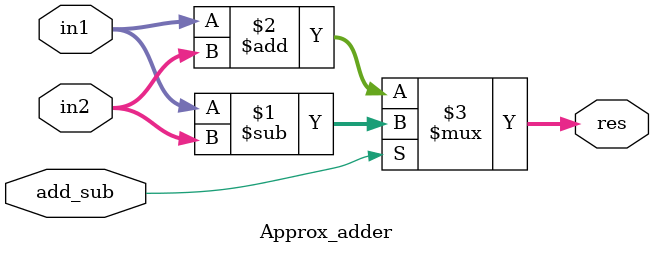
<source format=v>
`timescale 1ns / 1ps


module Approx_adder
    #(parameter W=26, parameter LowL=16) (
        input wire add_sub,
        input wire [W-1:0] in1,
        input wire [W-1:0] in2,
       output wire [W:0] res
    );

  wire  [W-1:0] in2_signed;
  wire  [LowL-1:0] lower_res;
 wire approx_cout;

`ifdef ACAIN16Q4
 assign in2_signed = (add_sub) ? ~in2 : in2;
   ACA_I_N16_Q4 ApproxAdd (.in1(in1[LowL-1:0]), .in2(in2_signed[LowL-1:0]), .res({approx_cout,lower_res}));

  always @* begin : ADD_SUB_SGF
      res = {(in1[W-1:LowL] + in2_signed[W-1:LowL] + approx_cout),lower_res};
  end
`elsif ETAIIN16Q4

  assign in2_signed = (add_sub) ? ~in2 : in2;

  ETAII_N16_Q4 ApproxAdd (.in1(in1[LowL-1:0]), .in2(in2_signed[LowL-1:0]), .res({approx_cout,lower_res}));

  always @* begin : ADD_SUB_SGF
      res = {(in1[W-1:LowL] + in2_signed[W-1:LowL] + approx_cout),lower_res};
  end
`elsif ETAIIN16Q8

  assign in2_signed = (add_sub) ? ~in2 : in2;

  ETAII_N16_Q8 ApproxAdd (.in1(in1[LowL-1:0]), .in2(in2_signed[LowL-1:0]), .res({approx_cout,lower_res}));

  always @* begin : ADD_SUB_SGF
      res = {(in1[W-1:LowL] + in2_signed[W-1:LowL] + approx_cout),lower_res};
  end
`elsif ACAIIN16Q4

  assign in2_signed = (add_sub) ? ~in2 : in2;

  ACA_II_N16_Q4 ApproxAdd (.in1(in1[LowL-1:0]), .in2(in2_signed[LowL-1:0]), .res({approx_cout,lower_res}));

  always @* begin : ADD_SUB_SGF
      res = {(in1[W-1:LowL] + in2_signed[W-1:LowL] + approx_cout),lower_res};
  end
`elsif ACAIIN16Q8

  assign in2_signed = (add_sub) ? ~in2 : in2;

  ACA_II_N16_Q8 ApproxAdd (.in1(in1[LowL-1:0]), .in2(in2_signed[LowL-1:0]), .res({approx_cout,lower_res}));

  always @* begin : ADD_SUB_SGF
      res = {(in1[W-1:LowL] + in2_signed[W-1:LowL] + approx_cout),lower_res};
  end
`elsif GDAN16M4P4

  assign in2_signed = (add_sub) ? ~in2 : in2;

  GDA_St_N16_M4_P4 ApproxAdd (.in1(in1[LowL-1:0]), .in2(in2_signed[LowL-1:0]), .res({approx_cout,lower_res}));

  always @* begin : ADD_SUB_SGF
      res = {(in1[W-1:LowL] + in2_signed[W-1:LowL] + approx_cout),lower_res};
  end
`elsif GDAN16M4P8

  assign in2_signed = (add_sub) ? ~in2 : in2;

  GDA_St_N16_M4_P8 ApproxAdd (.in1(in1[LowL-1:0]), .in2(in2_signed[LowL-1:0]), .res({approx_cout,lower_res}));

  always @* begin : ADD_SUB_SGF
      res = {(in1[W-1:LowL] + in2_signed[W-1:LowL] + approx_cout),lower_res};
  end
`elsif GeArN16R2P4


  assign in2_signed = (add_sub) ? ~in2 : in2;

  GeAr_N16_R2_P4 ApproxAdd (.in1(in1[LowL-1:0]), .in2(in2_signed[LowL-1:0]), .res({approx_cout,lower_res}));

  always @* begin : ADD_SUB_SGF
      res = {(in1[W-1:LowL] + in2_signed[W-1:LowL] + approx_cout),lower_res};
  end
`elsif GeArN16R4P4


  assign in2_signed = (add_sub) ? ~in2 : in2;

  GeAr_N16_R4_P4 ApproxAdd (.in1(in1[LowL-1:0]), .in2(in2_signed[LowL-1:0]), .res({approx_cout,lower_res}));

  always @* begin : ADD_SUB_SGF
      res = {(in1[W-1:LowL] + in2_signed[W-1:LowL] + approx_cout),lower_res};
  end
`elsif GeArN16R4P8

  assign in2_signed = (add_sub) ? ~in2 : in2;

  GeAr_N16_R4_P8 ApproxAdd (.in1(in1[LowL-1:0]), .in2(in2_signed[LowL-1:0]), .res({approx_cout,lower_res}));

  always @* begin : ADD_SUB_SGF
      res = {(in1[W-1:LowL] + in2_signed[W-1:LowL] + approx_cout),lower_res};
  end
`elsif LOALPL4

  assign in2_signed = (add_sub) ? ~in2 : in2;

    LOA #(.LPL(4), .W(16)) ApproxAdd (.in1(in1[LowL-1:0]), .in2(in2_signed[LowL-1:0]), .res({approx_cout,lower_res}));

  always @* begin : ADD_SUB_SGF
      res = {(in1[W-1:LowL] + in2_signed[W-1:LowL] + approx_cout),lower_res};
  end
`elsif LOALPL5

  assign in2_signed = (add_sub) ? ~in2 : in2;

    LOA #(.LPL(5), .W(16)) ApproxAdd (.in1(in1[LowL-1:0]), .in2(in2_signed[LowL-1:0]), .res({approx_cout,lower_res}));

  always @* begin : ADD_SUB_SGF
      res = {(in1[W-1:LowL] + in2_signed[W-1:LowL] + approx_cout),lower_res};
  end
`elsif LOALPL6
  assign in2_signed = (add_sub) ? ~in2 : in2;

    LOA #(.LPL(6), .W(16)) ApproxAdd (.in1(in1[LowL-1:0]), .in2(in2_signed[LowL-1:0]), .res({approx_cout,lower_res}));

  always @* begin : ADD_SUB_SGF
      res = {(in1[W-1:LowL] + in2_signed[W-1:LowL] + approx_cout),lower_res};
  end
`elsif LOALPL7
  assign in2_signed = (add_sub) ? ~in2 : in2;

    LOA #(.LPL(7), .W(16)) ApproxAdd (.in1(in1[LowL-1:0]), .in2(in2_signed[LowL-1:0]), .res({approx_cout,lower_res}));

  always @* begin : ADD_SUB_SGF
      res = {(in1[W-1:LowL] + in2_signed[W-1:LowL] + approx_cout),lower_res};
  end
`elsif LOALPL8

  assign in2_signed = (add_sub) ? ~in2 : in2;

    LOA #(.LPL(8), .W(16)) ApproxAdd (.in1(in1[LowL-1:0]), .in2(in2_signed[LowL-1:0]), .res({approx_cout,lower_res}));

  always @* begin : ADD_SUB_SGF
      res = {(in1[W-1:LowL] + in2_signed[W-1:LowL] + approx_cout),lower_res};
  end
`elsif LOALPL9

  assign in2_signed = (add_sub) ? ~in2 : in2;

    LOA #(.LPL(9), .W(16)) ApproxAdd (.in1(in1[LowL-1:0]), .in2(in2_signed[LowL-1:0]), .res({approx_cout,lower_res}));

  always @* begin : ADD_SUB_SGF
      res = {(in1[W-1:LowL] + in2_signed[W-1:LowL] + approx_cout),lower_res};
  end
`elsif LOALPL10

  assign in2_signed = (add_sub) ? ~in2 : in2;

    LOA #(.LPL(10), .W(16)) ApproxAdd (.in1(in1[LowL-1:0]), .in2(in2_signed[LowL-1:0]), .res({approx_cout,lower_res}));

  always @* begin : ADD_SUB_SGF
      res = {(in1[W-1:LowL] + in2_signed[W-1:LowL] + approx_cout),lower_res};
  end
`elsif LOALPL11

  assign in2_signed = (add_sub) ? ~in2 : in2;

    LOA #(.LPL(11), .W(16)) ApproxAdd (.in1(in1[LowL-1:0]), .in2(in2_signed[LowL-1:0]), .res({approx_cout,lower_res}));

  always @* begin : ADD_SUB_SGF
      res = {(in1[W-1:LowL] + in2_signed[W-1:LowL] + approx_cout),lower_res};
  end
`elsif LOALPL12

  assign in2_signed = (add_sub) ? ~in2 : in2;

    LOA #(.LPL(12), .W(16)) ApproxAdd (.in1(in1[LowL-1:0]), .in2(in2_signed[LowL-1:0]), .res({approx_cout,lower_res}));

  always @* begin : ADD_SUB_SGF
      res = {(in1[W-1:LowL] + in2_signed[W-1:LowL] + approx_cout),lower_res};
  end
`elsif LOALPL13

  assign in2_signed = (add_sub) ? ~in2 : in2;

    LOA #(.LPL(13), .W(16)) ApproxAdd (.in1(in1[LowL-1:0]), .in2(in2_signed[LowL-1:0]), .res({approx_cout,lower_res}));

  always @* begin : ADD_SUB_SGF
      res = {(in1[W-1:LowL] + in2_signed[W-1:LowL] + approx_cout),lower_res};
  end
`elsif GeArN16R6P4

  assign in2_signed = (add_sub) ? ~in2 : in2;

  GeAr_N16_R6_P4 ApproxAdd (.in1(in1[LowL-1:0]), .in2(in2_signed[LowL-1:0]), .res({approx_cout,lower_res}));

  always @* begin : ADD_SUB_SGF
      res = {(in1[W-1:LowL] + in2_signed[W-1:LowL] + approx_cout),lower_res};
  end
`else
       assign   res = (add_sub) ? (in1 - in2) : (in1 + in2);
`endif

endmodule



</source>
